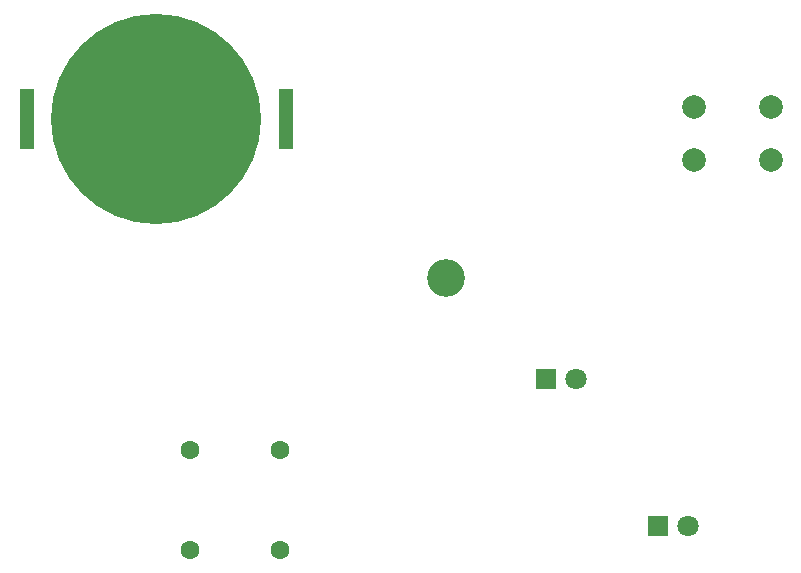
<source format=gbr>
%TF.GenerationSoftware,KiCad,Pcbnew,9.0.2*%
%TF.CreationDate,2025-06-04T18:39:41-07:00*%
%TF.ProjectId,butterfly3,62757474-6572-4666-9c79-332e6b696361,rev?*%
%TF.SameCoordinates,Original*%
%TF.FileFunction,Soldermask,Bot*%
%TF.FilePolarity,Negative*%
%FSLAX46Y46*%
G04 Gerber Fmt 4.6, Leading zero omitted, Abs format (unit mm)*
G04 Created by KiCad (PCBNEW 9.0.2) date 2025-06-04 18:39:41*
%MOMM*%
%LPD*%
G01*
G04 APERTURE LIST*
%ADD10C,3.200000*%
%ADD11C,1.600000*%
%ADD12R,1.800000X1.800000*%
%ADD13C,1.800000*%
%ADD14C,2.000000*%
%ADD15R,1.270000X5.080000*%
%ADD16C,17.800000*%
G04 APERTURE END LIST*
D10*
%TO.C,REF\u002A\u002A*%
X143000000Y-91000000D03*
%TD*%
D11*
%TO.C,R2*%
X129000000Y-114000000D03*
X121380000Y-114000000D03*
%TD*%
%TO.C,R1*%
X129000000Y-105500000D03*
X121380000Y-105500000D03*
%TD*%
D12*
%TO.C,D2*%
X160960000Y-112000000D03*
D13*
X163500000Y-112000000D03*
%TD*%
D12*
%TO.C,D1*%
X151460000Y-99500000D03*
D13*
X154000000Y-99500000D03*
%TD*%
D14*
%TO.C,SW1*%
X164000000Y-76500000D03*
X170500000Y-76500000D03*
X164000000Y-81000000D03*
X170500000Y-81000000D03*
%TD*%
D15*
%TO.C,BT1*%
X129485000Y-77500000D03*
X107515000Y-77500000D03*
D16*
X118500000Y-77500000D03*
%TD*%
M02*

</source>
